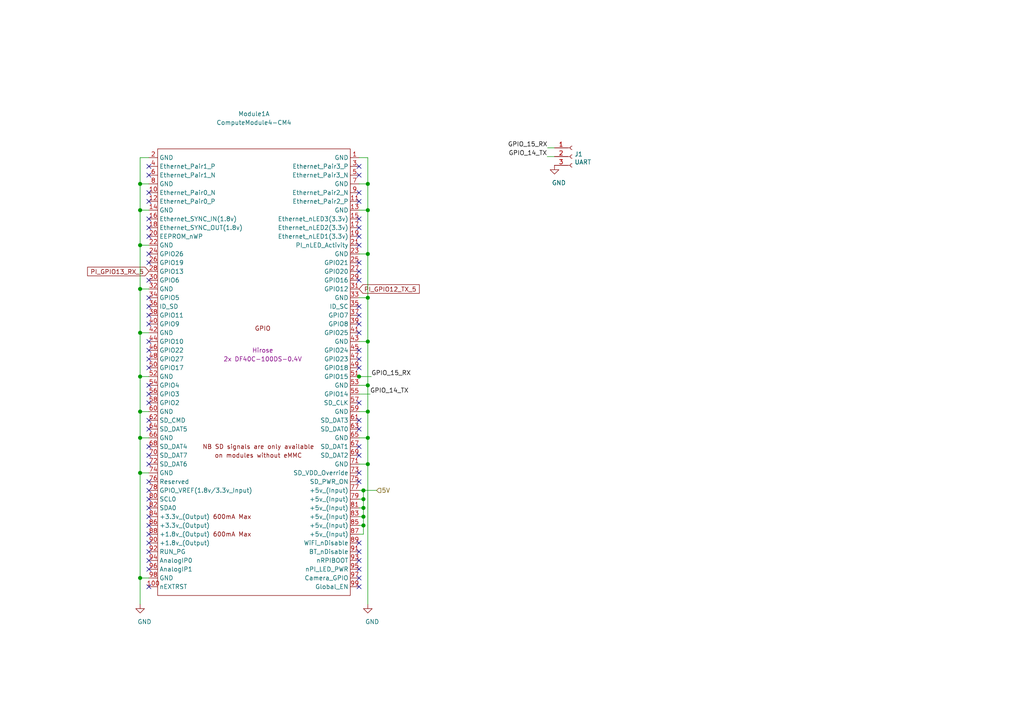
<source format=kicad_sch>
(kicad_sch (version 20201015) (generator eeschema)
  (paper "A4")
  (title_block (title "Raspberry Pi Compute Module 4 Carrier Template") (date "2020-10-31") (rev "v01") (comment 2 "creativecommons.org/licenses/by-sa/4.0") (comment 3 "License: CC BY 4.0") (comment 4 "Author: Shawn Hymel"))
  (lib_symbols
    (symbol "CM4IO:ComputeModule4-CM4"
      (property "Reference" "Module" (at 113.03 -68.58 0))
      (property "Value" "ComputeModule4-CM4" (at 140.97 2.54 0))
      (property "Manufacturer" "Hirose" (at 0 0 0))
      (property "MPN" "2x DF40C-100DS-0.4V" (at 0 -2.54 0))
      (property "MPN (Alt)" "2x DF40HC(3.0)-100DS-0.4V" (at 0 0 0))
      (symbol "ComputeModule4-CM4_1_0"
        (text "GPIO" (at 0 6.35 0) (effects (font (size 1.27 1.27))))
      )
      (symbol "ComputeModule4-CM4_1_1"
        (text "600mA Max" (at -8.89 -53.34 0) (effects (font (size 1.27 1.27))))
        (text "600mA Max" (at -8.89 -48.26 0) (effects (font (size 1.27 1.27))))
        (text "NB SD signals are only available" (at -1.27 -27.94 0) (effects (font (size 1.27 1.27))))
        (text "on modules without eMMC" (at -1.27 -30.48 0) (effects (font (size 1.27 1.27))))
        (rectangle (start -30.48 -71.12) (end 25.4 58.42))
        (pin power_in line (at 27.94 55.88 180) (length 2.54) (name "GND") (number "1"))
        (pin passive line (at -33.02 45.72 0) (length 2.54) (name "Ethernet_Pair0_N") (number "10"))
        (pin output line (at -33.02 -68.58 0) (length 2.54) (name "nEXTRST") (number "100"))
        (pin passive line (at 27.94 43.18 180) (length 2.54) (name "Ethernet_Pair2_P") (number "11"))
        (pin passive line (at -33.02 43.18 0) (length 2.54) (name "Ethernet_Pair0_P") (number "12"))
        (pin power_in line (at 27.94 40.64 180) (length 2.54) (name "GND") (number "13"))
        (pin power_in line (at -33.02 40.64 0) (length 2.54) (name "GND") (number "14"))
        (pin output line (at 27.94 38.1 180) (length 2.54) (name "Ethernet_nLED3(3.3v)") (number "15"))
        (pin input line (at -33.02 38.1 0) (length 2.54) (name "Ethernet_SYNC_IN(1.8v)") (number "16"))
        (pin output line (at 27.94 35.56 180) (length 2.54) (name "Ethernet_nLED2(3.3v)") (number "17"))
        (pin input line (at -33.02 35.56 0) (length 2.54) (name "Ethernet_SYNC_OUT(1.8v)") (number "18"))
        (pin output line (at 27.94 33.02 180) (length 2.54) (name "Ethernet_nLED1(3.3v)") (number "19"))
        (pin power_in line (at -33.02 55.88 0) (length 2.54) (name "GND") (number "2"))
        (pin passive line (at -33.02 33.02 0) (length 2.54) (name "EEPROM_nWP") (number "20"))
        (pin open_collector line (at 27.94 30.48 180) (length 2.54) (name "PI_nLED_Activity") (number "21"))
        (pin power_in line (at -33.02 30.48 0) (length 2.54) (name "GND") (number "22"))
        (pin power_in line (at 27.94 27.94 180) (length 2.54) (name "GND") (number "23"))
        (pin passive line (at -33.02 27.94 0) (length 2.54) (name "GPIO26") (number "24"))
        (pin passive line (at 27.94 25.4 180) (length 2.54) (name "GPIO21") (number "25"))
        (pin passive line (at -33.02 25.4 0) (length 2.54) (name "GPIO19") (number "26"))
        (pin passive line (at 27.94 22.86 180) (length 2.54) (name "GPIO20") (number "27"))
        (pin passive line (at -33.02 22.86 0) (length 2.54) (name "GPIO13") (number "28"))
        (pin passive line (at 27.94 20.32 180) (length 2.54) (name "GPIO16") (number "29"))
        (pin passive line (at 27.94 53.34 180) (length 2.54) (name "Ethernet_Pair3_P") (number "3"))
        (pin passive line (at -33.02 20.32 0) (length 2.54) (name "GPIO6") (number "30"))
        (pin passive line (at 27.94 17.78 180) (length 2.54) (name "GPIO12") (number "31"))
        (pin power_in line (at -33.02 17.78 0) (length 2.54) (name "GND") (number "32"))
        (pin power_in line (at 27.94 15.24 180) (length 2.54) (name "GND") (number "33"))
        (pin passive line (at -33.02 15.24 0) (length 2.54) (name "GPIO5") (number "34"))
        (pin passive line (at 27.94 12.7 180) (length 2.54) (name "ID_SC") (number "35"))
        (pin passive line (at -33.02 12.7 0) (length 2.54) (name "ID_SD") (number "36"))
        (pin passive line (at 27.94 10.16 180) (length 2.54) (name "GPIO7") (number "37"))
        (pin passive line (at -33.02 10.16 0) (length 2.54) (name "GPIO11") (number "38"))
        (pin passive line (at 27.94 7.62 180) (length 2.54) (name "GPIO8") (number "39"))
        (pin passive line (at -33.02 53.34 0) (length 2.54) (name "Ethernet_Pair1_P") (number "4"))
        (pin passive line (at -33.02 7.62 0) (length 2.54) (name "GPIO9") (number "40"))
        (pin passive line (at 27.94 5.08 180) (length 2.54) (name "GPIO25") (number "41"))
        (pin power_in line (at -33.02 5.08 0) (length 2.54) (name "GND") (number "42"))
        (pin power_in line (at 27.94 2.54 180) (length 2.54) (name "GND") (number "43"))
        (pin passive line (at -33.02 2.54 0) (length 2.54) (name "GPIO10") (number "44"))
        (pin passive line (at 27.94 0 180) (length 2.54) (name "GPIO24") (number "45"))
        (pin passive line (at -33.02 0 0) (length 2.54) (name "GPIO22") (number "46"))
        (pin passive line (at 27.94 -2.54 180) (length 2.54) (name "GPIO23") (number "47"))
        (pin passive line (at -33.02 -2.54 0) (length 2.54) (name "GPIO27") (number "48"))
        (pin passive line (at 27.94 -5.08 180) (length 2.54) (name "GPIO18") (number "49"))
        (pin passive line (at 27.94 50.8 180) (length 2.54) (name "Ethernet_Pair3_N") (number "5"))
        (pin passive line (at -33.02 -5.08 0) (length 2.54) (name "GPIO17") (number "50"))
        (pin passive line (at 27.94 -7.62 180) (length 2.54) (name "GPIO15") (number "51"))
        (pin power_in line (at -33.02 -7.62 0) (length 2.54) (name "GND") (number "52"))
        (pin power_in line (at 27.94 -10.16 180) (length 2.54) (name "GND") (number "53"))
        (pin passive line (at -33.02 -10.16 0) (length 2.54) (name "GPIO4") (number "54"))
        (pin passive line (at 27.94 -12.7 180) (length 2.54) (name "GPIO14") (number "55"))
        (pin passive line (at -33.02 -12.7 0) (length 2.54) (name "GPIO3") (number "56"))
        (pin passive line (at 27.94 -15.24 180) (length 2.54) (name "SD_CLK") (number "57"))
        (pin passive line (at -33.02 -15.24 0) (length 2.54) (name "GPIO2") (number "58"))
        (pin power_in line (at 27.94 -17.78 180) (length 2.54) (name "GND") (number "59"))
        (pin passive line (at -33.02 50.8 0) (length 2.54) (name "Ethernet_Pair1_N") (number "6"))
        (pin power_in line (at -33.02 -17.78 0) (length 2.54) (name "GND") (number "60"))
        (pin passive line (at 27.94 -20.32 180) (length 2.54) (name "SD_DAT3") (number "61"))
        (pin passive line (at -33.02 -20.32 0) (length 2.54) (name "SD_CMD") (number "62"))
        (pin passive line (at 27.94 -22.86 180) (length 2.54) (name "SD_DAT0") (number "63"))
        (pin passive line (at -33.02 -22.86 0) (length 2.54) (name "SD_DAT5") (number "64"))
        (pin power_in line (at 27.94 -25.4 180) (length 2.54) (name "GND") (number "65"))
        (pin power_in line (at -33.02 -25.4 0) (length 2.54) (name "GND") (number "66"))
        (pin passive line (at 27.94 -27.94 180) (length 2.54) (name "SD_DAT1") (number "67"))
        (pin passive line (at -33.02 -27.94 0) (length 2.54) (name "SD_DAT4") (number "68"))
        (pin passive line (at 27.94 -30.48 180) (length 2.54) (name "SD_DAT2") (number "69"))
        (pin power_in line (at 27.94 48.26 180) (length 2.54) (name "GND") (number "7"))
        (pin passive line (at -33.02 -30.48 0) (length 2.54) (name "SD_DAT7") (number "70"))
        (pin power_in line (at 27.94 -33.02 180) (length 2.54) (name "GND") (number "71"))
        (pin passive line (at -33.02 -33.02 0) (length 2.54) (name "SD_DAT6") (number "72"))
        (pin input line (at 27.94 -35.56 180) (length 2.54) (name "SD_VDD_Override") (number "73"))
        (pin power_in line (at -33.02 -35.56 0) (length 2.54) (name "GND") (number "74"))
        (pin output line (at 27.94 -38.1 180) (length 2.54) (name "SD_PWR_ON") (number "75"))
        (pin passive line (at -33.02 -38.1 0) (length 2.54) (name "Reserved") (number "76"))
        (pin power_in line (at 27.94 -40.64 180) (length 2.54) (name "+5v_(Input)") (number "77"))
        (pin power_in line (at -33.02 -40.64 0) (length 2.54) (name "GPIO_VREF(1.8v/3.3v_Input)") (number "78"))
        (pin power_in line (at 27.94 -43.18 180) (length 2.54) (name "+5v_(Input)") (number "79"))
        (pin power_in line (at -33.02 48.26 0) (length 2.54) (name "GND") (number "8"))
        (pin passive line (at -33.02 -43.18 0) (length 2.54) (name "SCL0") (number "80"))
        (pin power_in line (at 27.94 -45.72 180) (length 2.54) (name "+5v_(Input)") (number "81"))
        (pin passive line (at -33.02 -45.72 0) (length 2.54) (name "SDA0") (number "82"))
        (pin power_in line (at 27.94 -48.26 180) (length 2.54) (name "+5v_(Input)") (number "83"))
        (pin power_out line (at -33.02 -48.26 0) (length 2.54) (name "+3.3v_(Output)") (number "84"))
        (pin power_in line (at 27.94 -50.8 180) (length 2.54) (name "+5v_(Input)") (number "85"))
        (pin power_out line (at -33.02 -50.8 0) (length 2.54) (name "+3.3v_(Output)") (number "86"))
        (pin power_in line (at 27.94 -53.34 180) (length 2.54) (name "+5v_(Input)") (number "87"))
        (pin power_out line (at -33.02 -53.34 0) (length 2.54) (name "+1.8v_(Output)") (number "88"))
        (pin power_in line (at 27.94 -55.88 180) (length 2.54) (name "WiFi_nDisable") (number "89"))
        (pin passive line (at 27.94 45.72 180) (length 2.54) (name "Ethernet_Pair2_N") (number "9"))
        (pin power_out line (at -33.02 -55.88 0) (length 2.54) (name "+1.8v_(Output)") (number "90"))
        (pin power_in line (at 27.94 -58.42 180) (length 2.54) (name "BT_nDisable") (number "91"))
        (pin passive line (at -33.02 -58.42 0) (length 2.54) (name "RUN_PG") (number "92"))
        (pin input line (at 27.94 -60.96 180) (length 2.54) (name "nRPIBOOT") (number "93"))
        (pin passive line (at -33.02 -60.96 0) (length 2.54) (name "AnalogIP0") (number "94"))
        (pin output line (at 27.94 -63.5 180) (length 2.54) (name "nPI_LED_PWR") (number "95"))
        (pin passive line (at -33.02 -63.5 0) (length 2.54) (name "AnalogIP1") (number "96"))
        (pin passive line (at 27.94 -66.04 180) (length 2.54) (name "Camera_GPIO") (number "97"))
        (pin power_in line (at -33.02 -66.04 0) (length 2.54) (name "GND") (number "98"))
        (pin input line (at 27.94 -68.58 180) (length 2.54) (name "Global_EN") (number "99"))
      )
      (symbol "ComputeModule4-CM4_2_1"
        (text "High Speed Serial" (at 140.97 0 0) (effects (font (size 1.27 1.27))))
        (rectangle (start 114.3 -66.04) (end 165.1 63.5))
        (pin input line (at 170.18 60.96 180) (length 5.08) (name "USB_OTG_ID") (number "101"))
        (pin input line (at 109.22 60.96 0) (length 5.08) (name "PCIe_CLK_nREQ") (number "102"))
        (pin passive line (at 170.18 58.42 180) (length 5.08) (name "USB2_N") (number "103"))
        (pin passive line (at 109.22 58.42 0) (length 5.08) (name "Reserved") (number "104"))
        (pin passive line (at 170.18 55.88 180) (length 5.08) (name "USB2_P") (number "105"))
        (pin passive line (at 109.22 55.88 0) (length 5.08) (name "Reserved") (number "106"))
        (pin power_in line (at 170.18 53.34 180) (length 5.08) (name "GND") (number "107"))
        (pin power_in line (at 109.22 53.34 0) (length 5.08) (name "GND") (number "108"))
        (pin bidirectional line (at 170.18 50.8 180) (length 5.08) (name "PCIe_nRST") (number "109"))
        (pin output line (at 109.22 50.8 0) (length 5.08) (name "PCIe_CLK_P") (number "110"))
        (pin passive line (at 170.18 48.26 180) (length 5.08) (name "VDAC_COMP") (number "111"))
        (pin output line (at 109.22 48.26 0) (length 5.08) (name "PCIe_CLK_N") (number "112"))
        (pin power_in line (at 170.18 45.72 180) (length 5.08) (name "GND") (number "113"))
        (pin power_in line (at 109.22 45.72 0) (length 5.08) (name "GND") (number "114"))
        (pin input line (at 170.18 43.18 180) (length 5.08) (name "CAM1_D0_N") (number "115"))
        (pin input line (at 109.22 43.18 0) (length 5.08) (name "PCIe_RX_P") (number "116"))
        (pin input line (at 170.18 40.64 180) (length 5.08) (name "CAM1_D0_P") (number "117"))
        (pin input line (at 109.22 40.64 0) (length 5.08) (name "PCIe_RX_N") (number "118"))
        (pin power_in line (at 170.18 38.1 180) (length 5.08) (name "GND") (number "119"))
        (pin power_in line (at 109.22 38.1 0) (length 5.08) (name "GND") (number "120"))
        (pin input line (at 170.18 35.56 180) (length 5.08) (name "CAM1_D1_N") (number "121"))
        (pin output line (at 109.22 35.56 0) (length 5.08) (name "PCIe_TX_P") (number "122"))
        (pin input line (at 170.18 33.02 180) (length 5.08) (name "CAM1_D1_P") (number "123"))
        (pin output line (at 109.22 33.02 0) (length 5.08) (name "PCIe_TX_N") (number "124"))
        (pin power_in line (at 170.18 30.48 180) (length 5.08) (name "GND") (number "125"))
        (pin power_in line (at 109.22 30.48 0) (length 5.08) (name "GND") (number "126"))
        (pin input line (at 170.18 27.94 180) (length 5.08) (name "CAM1_C_N") (number "127"))
        (pin input line (at 109.22 27.94 0) (length 5.08) (name "CAM0_D0_N") (number "128"))
        (pin input line (at 170.18 25.4 180) (length 5.08) (name "CAM1_C_P") (number "129"))
        (pin input line (at 109.22 25.4 0) (length 5.08) (name "CAM0_D0_P") (number "130"))
        (pin power_in line (at 170.18 22.86 180) (length 5.08) (name "GND") (number "131"))
        (pin power_in line (at 109.22 22.86 0) (length 5.08) (name "GND") (number "132"))
        (pin input line (at 170.18 20.32 180) (length 5.08) (name "CAM1_D2_N") (number "133"))
        (pin input line (at 109.22 20.32 0) (length 5.08) (name "CAM0_D1_N") (number "134"))
        (pin input line (at 170.18 17.78 180) (length 5.08) (name "CAM1_D2_P") (number "135"))
        (pin input line (at 109.22 17.78 0) (length 5.08) (name "CAM0_D1_P") (number "136"))
        (pin power_in line (at 170.18 15.24 180) (length 5.08) (name "GND") (number "137"))
        (pin power_in line (at 109.22 15.24 0) (length 5.08) (name "GND") (number "138"))
        (pin input line (at 170.18 12.7 180) (length 5.08) (name "CAM1_D3_N") (number "139"))
        (pin input line (at 109.22 12.7 0) (length 5.08) (name "CAM0_C_N") (number "140"))
        (pin input line (at 170.18 10.16 180) (length 5.08) (name "CAM1_D3_P") (number "141"))
        (pin input line (at 109.22 10.16 0) (length 5.08) (name "CAM0_C_P") (number "142"))
        (pin input line (at 170.18 7.62 180) (length 5.08) (name "HDMI1_HOTPLUG") (number "143"))
        (pin power_in line (at 109.22 7.62 0) (length 5.08) (name "GND") (number "144"))
        (pin bidirectional line (at 170.18 5.08 180) (length 5.08) (name "HDMI1_SDA") (number "145"))
        (pin output line (at 109.22 5.08 0) (length 5.08) (name "HDMI1_TX2_P") (number "146"))
        (pin open_collector line (at 170.18 2.54 180) (length 5.08) (name "HDMI1_SCL") (number "147"))
        (pin output line (at 109.22 2.54 0) (length 5.08) (name "HDMI1_TX2_N") (number "148"))
        (pin open_collector line (at 170.18 0 180) (length 5.08) (name "HDMI1_CEC") (number "149"))
        (pin power_in line (at 109.22 0 0) (length 5.08) (name "GND") (number "150"))
        (pin open_collector line (at 170.18 -2.54 180) (length 5.08) (name "HDMI0_CEC") (number "151"))
        (pin output line (at 109.22 -2.54 0) (length 5.08) (name "HDMI1_TX1_P") (number "152"))
        (pin input line (at 170.18 -5.08 180) (length 5.08) (name "HDMI0_HOTPLUG") (number "153"))
        (pin output line (at 109.22 -5.08 0) (length 5.08) (name "HDMI1_TX1_N") (number "154"))
        (pin power_in line (at 170.18 -7.62 180) (length 5.08) (name "GND") (number "155"))
        (pin power_in line (at 109.22 -7.62 0) (length 5.08) (name "GND") (number "156"))
        (pin output line (at 170.18 -10.16 180) (length 5.08) (name "DSI0_D0_N") (number "157"))
        (pin output line (at 109.22 -10.16 0) (length 5.08) (name "HDMI1_TX0_P") (number "158"))
        (pin output line (at 170.18 -12.7 180) (length 5.08) (name "DSI0_D0_P") (number "159"))
        (pin output line (at 109.22 -12.7 0) (length 5.08) (name "HDMI1_TX0_N") (number "160"))
        (pin power_in line (at 170.18 -15.24 180) (length 5.08) (name "GND") (number "161"))
        (pin power_in line (at 109.22 -15.24 0) (length 5.08) (name "GND") (number "162"))
        (pin output line (at 170.18 -17.78 180) (length 5.08) (name "DSI0_D1_N") (number "163"))
        (pin output line (at 109.22 -17.78 0) (length 5.08) (name "HDMI1_CLK_P") (number "164"))
        (pin output line (at 170.18 -20.32 180) (length 5.08) (name "DSI0_D1_P") (number "165"))
        (pin output line (at 109.22 -20.32 0) (length 5.08) (name "HDMI1_CLK_N") (number "166"))
        (pin power_in line (at 170.18 -22.86 180) (length 5.08) (name "GND") (number "167"))
        (pin power_in line (at 109.22 -22.86 0) (length 5.08) (name "GND") (number "168"))
        (pin output line (at 170.18 -25.4 180) (length 5.08) (name "DSI0_C_N") (number "169"))
        (pin output line (at 109.22 -25.4 0) (length 5.08) (name "HDMI0_TX2_P") (number "170"))
        (pin output line (at 170.18 -27.94 180) (length 5.08) (name "DSI0_C_P") (number "171"))
        (pin output line (at 109.22 -27.94 0) (length 5.08) (name "HDMI0_TX2_N") (number "172"))
        (pin power_in line (at 170.18 -30.48 180) (length 5.08) (name "GND") (number "173"))
        (pin power_in line (at 109.22 -30.48 0) (length 5.08) (name "GND") (number "174"))
        (pin output line (at 170.18 -33.02 180) (length 5.08) (name "DSI1_D0_N") (number "175"))
        (pin output line (at 109.22 -33.02 0) (length 5.08) (name "HDMI0_TX1_P") (number "176"))
        (pin output line (at 170.18 -35.56 180) (length 5.08) (name "DSI1_D0_P") (number "177"))
        (pin output line (at 109.22 -35.56 0) (length 5.08) (name "HDMI0_TX1_N") (number "178"))
        (pin power_in line (at 170.18 -38.1 180) (length 5.08) (name "GND") (number "179"))
        (pin power_in line (at 109.22 -38.1 0) (length 5.08) (name "GND") (number "180"))
        (pin output line (at 170.18 -40.64 180) (length 5.08) (name "DSI1_D1_N") (number "181"))
        (pin output line (at 109.22 -40.64 0) (length 5.08) (name "HDMI0_TX0_P") (number "182"))
        (pin output line (at 170.18 -43.18 180) (length 5.08) (name "DSI1_D1_P") (number "183"))
        (pin output line (at 109.22 -43.18 0) (length 5.08) (name "HDMI0_TX0_N") (number "184"))
        (pin power_in line (at 170.18 -45.72 180) (length 5.08) (name "GND") (number "185"))
        (pin power_in line (at 109.22 -45.72 0) (length 5.08) (name "GND") (number "186"))
        (pin output line (at 170.18 -48.26 180) (length 5.08) (name "DSI1_C_N") (number "187"))
        (pin output line (at 109.22 -48.26 0) (length 5.08) (name "HDMI0_CLK_P") (number "188"))
        (pin output line (at 170.18 -50.8 180) (length 5.08) (name "DSI1_C_P") (number "189"))
        (pin output line (at 109.22 -50.8 0) (length 5.08) (name "HDMI0_CLK_N") (number "190"))
        (pin power_in line (at 170.18 -53.34 180) (length 5.08) (name "GND") (number "191"))
        (pin power_in line (at 109.22 -53.34 0) (length 5.08) (name "GND") (number "192"))
        (pin output line (at 170.18 -55.88 180) (length 5.08) (name "DSI1_D2_N") (number "193"))
        (pin output line (at 109.22 -55.88 0) (length 5.08) (name "DSI1_D3_N") (number "194"))
        (pin output line (at 170.18 -58.42 180) (length 5.08) (name "DSI1_D2_P") (number "195"))
        (pin output line (at 109.22 -58.42 0) (length 5.08) (name "DSI1_D3_P") (number "196"))
        (pin power_in line (at 170.18 -60.96 180) (length 5.08) (name "GND") (number "197"))
        (pin power_in line (at 109.22 -60.96 0) (length 5.08) (name "GND") (number "198"))
        (pin bidirectional line (at 170.18 -63.5 180) (length 5.08) (name "HDMI0_SDA") (number "199"))
        (pin open_collector line (at 109.22 -63.5 0) (length 5.08) (name "HDMI0_SCL") (number "200"))
      )
    )
    (symbol "Connector:Conn_01x03_Female" (pin_names (offset 1.016) hide)
      (property "Reference" "J" (at 0 5.08 0))
      (property "Value" "Conn_01x03_Female" (at 0 -5.08 0))
      (symbol "Conn_01x03_Female_1_1"
        (arc (start 0 -2.032) (end 0 -3.048) (radius (at 0 -2.54) (length 0.508) (angles 90.1 -90.1)) (stroke (width 0.1524)))
        (arc (start 0 0.508) (end 0 -0.508) (radius (at 0 0) (length 0.508) (angles 90.1 -90.1)) (stroke (width 0.1524)))
        (arc (start 0 3.048) (end 0 2.032) (radius (at 0 2.54) (length 0.508) (angles 90.1 -90.1)) (stroke (width 0.1524)))
        (polyline (pts (xy -1.27 -2.54) (xy -0.508 -2.54)) (stroke (width 0.1524)))
        (polyline (pts (xy -1.27 0) (xy -0.508 0)) (stroke (width 0.1524)))
        (polyline (pts (xy -1.27 2.54) (xy -0.508 2.54)) (stroke (width 0.1524)))
        (pin passive line (at -5.08 2.54 0) (length 3.81) (name "Pin_1") (number "1"))
        (pin passive line (at -5.08 0 0) (length 3.81) (name "Pin_2") (number "2"))
        (pin passive line (at -5.08 -2.54 0) (length 3.81) (name "Pin_3") (number "3"))
      )
    )
    (symbol "power:GND" (power) (pin_names (offset 0))
      (property "Value" "GND" (at 0 -3.81 0))
      (symbol "GND_0_1"
        (polyline (pts (xy 0 0) (xy 0 -1.27) (xy 1.27 -1.27) (xy 0 -2.54) (xy -1.27 -1.27) (xy 0 -1.27)))
      )
      (symbol "GND_1_1"
        (pin power_in line (at 0 0 270) (length 0) hide (name "GND") (number "1"))
      )
    )
  )
  (junction (at 40.64 53.34) (diameter 1.016))
  (junction (at 40.64 60.96) (diameter 1.016))
  (junction (at 40.64 71.12) (diameter 1.016))
  (junction (at 40.64 83.82) (diameter 1.016))
  (junction (at 40.64 96.52) (diameter 1.016))
  (junction (at 40.64 109.22) (diameter 1.016))
  (junction (at 40.64 119.38) (diameter 1.016))
  (junction (at 40.64 127) (diameter 1.016))
  (junction (at 40.64 137.16) (diameter 1.016))
  (junction (at 40.64 167.64) (diameter 1.016))
  (junction (at 104.14 109.22) (diameter 1.016))
  (junction (at 105.41 142.24) (diameter 1.016))
  (junction (at 105.41 144.78) (diameter 1.016))
  (junction (at 105.41 147.32) (diameter 1.016))
  (junction (at 105.41 149.86) (diameter 1.016))
  (junction (at 105.41 152.4) (diameter 1.016))
  (junction (at 106.68 53.34) (diameter 1.016))
  (junction (at 106.68 60.96) (diameter 1.016))
  (junction (at 106.68 73.66) (diameter 1.016))
  (junction (at 106.68 86.36) (diameter 1.016))
  (junction (at 106.68 99.06) (diameter 1.016))
  (junction (at 106.68 111.76) (diameter 1.016))
  (junction (at 106.68 119.38) (diameter 1.016))
  (junction (at 106.68 127) (diameter 1.016))
  (junction (at 106.68 134.62) (diameter 1.016))
  (no_connect (at 104.14 93.98))
  (no_connect (at 43.18 162.56))
  (no_connect (at 104.14 88.9))
  (no_connect (at 43.18 106.68))
  (no_connect (at 104.14 81.28))
  (no_connect (at 104.14 101.6))
  (no_connect (at 43.18 114.3))
  (no_connect (at 104.14 76.2))
  (no_connect (at 104.14 165.1))
  (no_connect (at 104.14 104.14))
  (no_connect (at 43.18 91.44))
  (no_connect (at 43.18 104.14))
  (no_connect (at 43.18 121.92))
  (no_connect (at 43.18 165.1))
  (no_connect (at 43.18 170.18))
  (no_connect (at 43.18 99.06))
  (no_connect (at 43.18 152.4))
  (no_connect (at 43.18 55.88))
  (no_connect (at 43.18 132.08))
  (no_connect (at 43.18 154.94))
  (no_connect (at 43.18 160.02))
  (no_connect (at 104.14 121.92))
  (no_connect (at 43.18 66.04))
  (no_connect (at 43.18 81.28))
  (no_connect (at 104.14 48.26))
  (no_connect (at 43.18 144.78))
  (no_connect (at 104.14 78.74))
  (no_connect (at 104.14 162.56))
  (no_connect (at 104.14 96.52))
  (no_connect (at 104.14 55.88))
  (no_connect (at 43.18 139.7))
  (no_connect (at 104.14 71.12))
  (no_connect (at 43.18 73.66))
  (no_connect (at 104.14 167.64))
  (no_connect (at 104.14 68.58))
  (no_connect (at 104.14 63.5))
  (no_connect (at 43.18 129.54))
  (no_connect (at 104.14 160.02))
  (no_connect (at 104.14 50.8))
  (no_connect (at 43.18 101.6))
  (no_connect (at 43.18 149.86))
  (no_connect (at 43.18 124.46))
  (no_connect (at 104.14 58.42))
  (no_connect (at 43.18 157.48))
  (no_connect (at 104.14 129.54))
  (no_connect (at 43.18 50.8))
  (no_connect (at 43.18 147.32))
  (no_connect (at 104.14 139.7))
  (no_connect (at 104.14 91.44))
  (no_connect (at 43.18 116.84))
  (no_connect (at 43.18 88.9))
  (no_connect (at 43.18 68.58))
  (no_connect (at 43.18 58.42))
  (no_connect (at 104.14 170.18))
  (no_connect (at 43.18 48.26))
  (no_connect (at 104.14 157.48))
  (no_connect (at 43.18 142.24))
  (no_connect (at 43.18 93.98))
  (no_connect (at 43.18 111.76))
  (no_connect (at 104.14 137.16))
  (no_connect (at 43.18 63.5))
  (no_connect (at 43.18 76.2))
  (no_connect (at 43.18 86.36))
  (no_connect (at 43.18 134.62))
  (no_connect (at 104.14 106.68))
  (no_connect (at 104.14 124.46))
  (no_connect (at 104.14 132.08))
  (no_connect (at 104.14 116.84))
  (no_connect (at 104.14 66.04))
  (wire (pts (xy 40.64 45.72) (xy 40.64 53.34)))
  (wire (pts (xy 40.64 53.34) (xy 40.64 60.96)))
  (wire (pts (xy 40.64 53.34) (xy 43.18 53.34)))
  (wire (pts (xy 40.64 60.96) (xy 40.64 71.12)))
  (wire (pts (xy 40.64 60.96) (xy 43.18 60.96)))
  (wire (pts (xy 40.64 71.12) (xy 40.64 83.82)))
  (wire (pts (xy 40.64 71.12) (xy 43.18 71.12)))
  (wire (pts (xy 40.64 83.82) (xy 40.64 96.52)))
  (wire (pts (xy 40.64 83.82) (xy 43.18 83.82)))
  (wire (pts (xy 40.64 96.52) (xy 40.64 109.22)))
  (wire (pts (xy 40.64 96.52) (xy 43.18 96.52)))
  (wire (pts (xy 40.64 109.22) (xy 40.64 119.38)))
  (wire (pts (xy 40.64 109.22) (xy 43.18 109.22)))
  (wire (pts (xy 40.64 119.38) (xy 40.64 127)))
  (wire (pts (xy 40.64 119.38) (xy 43.18 119.38)))
  (wire (pts (xy 40.64 127) (xy 40.64 137.16)))
  (wire (pts (xy 40.64 127) (xy 43.18 127)))
  (wire (pts (xy 40.64 137.16) (xy 40.64 167.64)))
  (wire (pts (xy 40.64 137.16) (xy 43.18 137.16)))
  (wire (pts (xy 40.64 167.64) (xy 40.64 175.26)))
  (wire (pts (xy 40.64 167.64) (xy 43.18 167.64)))
  (wire (pts (xy 43.18 45.72) (xy 40.64 45.72)))
  (wire (pts (xy 104.0892 109.22) (xy 104.14 109.22)))
  (wire (pts (xy 104.14 45.72) (xy 106.68 45.72)))
  (wire (pts (xy 104.14 53.34) (xy 106.68 53.34)))
  (wire (pts (xy 104.14 60.96) (xy 106.68 60.96)))
  (wire (pts (xy 104.14 73.66) (xy 106.68 73.66)))
  (wire (pts (xy 104.14 86.36) (xy 106.68 86.36)))
  (wire (pts (xy 104.14 99.06) (xy 106.68 99.06)))
  (wire (pts (xy 104.14 109.22) (xy 107.696 109.22)))
  (wire (pts (xy 104.14 111.76) (xy 106.68 111.76)))
  (wire (pts (xy 104.14 114.3) (xy 107.3404 114.3)))
  (wire (pts (xy 104.14 119.38) (xy 106.68 119.38)))
  (wire (pts (xy 104.14 127) (xy 106.68 127)))
  (wire (pts (xy 104.14 134.62) (xy 106.68 134.62)))
  (wire (pts (xy 104.14 142.24) (xy 105.41 142.24)))
  (wire (pts (xy 104.14 144.78) (xy 105.41 144.78)))
  (wire (pts (xy 104.14 147.32) (xy 105.41 147.32)))
  (wire (pts (xy 104.14 149.86) (xy 105.41 149.86)))
  (wire (pts (xy 104.14 152.4) (xy 105.41 152.4)))
  (wire (pts (xy 104.14 154.94) (xy 105.41 154.94)))
  (wire (pts (xy 105.41 142.24) (xy 109.22 142.24)))
  (wire (pts (xy 105.41 144.78) (xy 105.41 142.24)))
  (wire (pts (xy 105.41 147.32) (xy 105.41 144.78)))
  (wire (pts (xy 105.41 149.86) (xy 105.41 147.32)))
  (wire (pts (xy 105.41 152.4) (xy 105.41 149.86)))
  (wire (pts (xy 105.41 154.94) (xy 105.41 152.4)))
  (wire (pts (xy 106.68 45.72) (xy 106.68 53.34)))
  (wire (pts (xy 106.68 53.34) (xy 106.68 60.96)))
  (wire (pts (xy 106.68 60.96) (xy 106.68 73.66)))
  (wire (pts (xy 106.68 73.66) (xy 106.68 86.36)))
  (wire (pts (xy 106.68 86.36) (xy 106.68 99.06)))
  (wire (pts (xy 106.68 99.06) (xy 106.68 111.76)))
  (wire (pts (xy 106.68 111.76) (xy 106.68 119.38)))
  (wire (pts (xy 106.68 119.38) (xy 106.68 127)))
  (wire (pts (xy 106.68 127) (xy 106.68 134.62)))
  (wire (pts (xy 106.68 134.62) (xy 106.68 175.26)))
  (wire (pts (xy 158.6992 45.4152) (xy 160.8328 45.4152)))
  (wire (pts (xy 158.8008 42.8752) (xy 160.8328 42.8752)))
  (label "GPIO_14_TX" (at 107.3404 114.3 0))
  (label "GPIO_15_RX" (at 107.696 109.22 0))
  (label "GPIO_14_TX" (at 158.6992 45.4152 180))
  (label "GPIO_15_RX" (at 158.8008 42.8752 180))
  (global_label "PI_GPIO13_RX_5" (shape input) (at 43.18 78.74 180) (property "Intersheet References" "${INTERSHEET_REFS}" (effects hide)))
  (global_label "PI_GPIO12_TX_5" (shape input) (at 104.14 83.82 0) (property "Intersheet References" "${INTERSHEET_REFS}" (effects hide)))
  (hierarchical_label "5V" (shape input) (at 109.22 142.24 0))
  (symbol (lib_id "power:GND") (at 40.64 175.26 0) (unit 1)
    (property "Reference" "#PWR02" (effects hide))
    (property "Value" "GND" (at 41.91 180.34 0))
  )
  (symbol (lib_id "power:GND") (at 106.68 175.26 0) (unit 1)
    (property "Reference" "#PWR03" (effects hide))
    (property "Value" "GND" (at 107.95 180.34 0))
  )
  (symbol (lib_id "power:GND") (at 160.8328 47.9552 0) (unit 1)
    (property "Reference" "#PWR01" (effects hide))
    (property "Value" "GND" (at 162.1028 53.0352 0))
  )
  (symbol (lib_id "Connector:Conn_01x03_Female") (at 165.9128 45.4152 0) (unit 1)
    (property "Reference" "J1" (at 166.6241 44.723 0) (effects (justify left)))
    (property "Value" "UART" (at 166.624 47.0216 0) (effects (justify left)))
    (property "Footprint" "Connector_Molex:Molex_PicoBlade_53261-0371_1x03-1MP_P1.25mm_Horizontal" (effects hide))
    (property "Digi-Key_PN" "WM7621TR-ND" (effects hide))
    (property "Digikey Link" "https://www.digikey.co.uk/en/products/detail/molex/0532610371/699095?s=N4IgTCBcDaIKwGYwDYCMAGBB2VIC6AvkA" (effects hide))
    (property "Manufacturer_Part_Number" "0532610371" (effects hide))
  )
  (symbol (lib_id "CM4IO:ComputeModule4-CM4") (at 76.2 101.6 0) (unit 1)
    (property "Reference" "Module1" (at 73.66 33.02 0))
    (property "Value" "ComputeModule4-CM4" (at 73.66 35.56 0))
    (property "Footprint" "CM4IO:Raspberry-Pi-4-Compute-Module" (effects hide))
    (property "Manufacturer" "Hirose" (at 76.2 101.6 0))
    (property "MPN" "2x DF40C-100DS-0.4V" (at 76.2 104.14 0))
    (property "Digi-Key_PN" "2x H124602TR-ND	" (effects hide))
    (property "Digi-Key_PN (Alt)" "2x H124602CT-ND" (effects hide))
    (property "Seeed SKU" "320210381" (effects hide))
    (property "Digikey Link" "https://www.digikey.co.uk/en/products/detail/hirose-electric-co-ltd/DF40HC-3-0-100DS-0-4V-58/4282912?s=N4IgTCBcDaIBIEYwBYBsAGMAVASgWgDkARAHQBcQBdAXyA" (effects hide))
    (property "Manufacturer_Part_Number" "DF40HC(3.0)-100DS-0.4V(58)" (effects hide))
  )
)
</source>
